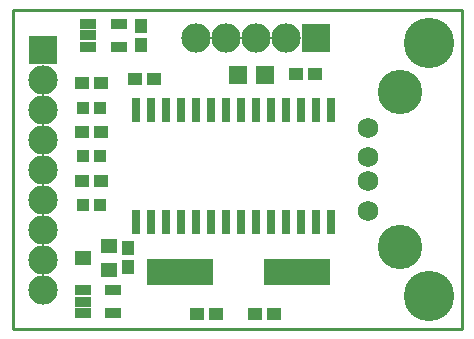
<source format=gts>
%FSLAX25Y25*%
%MOIN*%
G70*
G01*
G75*
G04 Layer_Color=8388736*
%ADD10R,0.04000X0.03500*%
%ADD11R,0.03150X0.03543*%
%ADD12R,0.04600X0.04000*%
%ADD13R,0.21654X0.07874*%
%ADD14R,0.03500X0.04000*%
%ADD15R,0.02362X0.07480*%
%ADD16R,0.04500X0.02700*%
%ADD17R,0.05500X0.05100*%
%ADD18C,0.02000*%
%ADD19C,0.01890*%
%ADD20C,0.01000*%
%ADD21C,0.06000*%
%ADD22C,0.14000*%
%ADD23R,0.09000X0.09000*%
%ADD24C,0.09000*%
%ADD25R,0.09000X0.09000*%
%ADD26C,0.16000*%
%ADD27C,0.02800*%
%ADD28C,0.00984*%
%ADD29C,0.00787*%
%ADD30C,0.00800*%
%ADD31R,0.04800X0.04300*%
%ADD32R,0.03950X0.04343*%
%ADD33R,0.05400X0.04800*%
%ADD34R,0.22453X0.08674*%
%ADD35R,0.04300X0.04800*%
%ADD36R,0.03162X0.08280*%
%ADD37R,0.05300X0.03500*%
%ADD38R,0.06300X0.05900*%
%ADD39C,0.06800*%
%ADD40C,0.14800*%
%ADD41R,0.09800X0.09800*%
%ADD42C,0.09800*%
%ADD43R,0.09800X0.09800*%
%ADD44C,0.16800*%
D20*
X100000Y100000D02*
X249600D01*
Y206600D01*
X100000D02*
X249600D01*
X100000Y100000D02*
Y206600D01*
D31*
X129456Y182100D02*
D03*
X123100D02*
D03*
X129456Y165820D02*
D03*
X123100D02*
D03*
X123144Y149540D02*
D03*
X129500D02*
D03*
X180600Y105100D02*
D03*
X186956D02*
D03*
X161400D02*
D03*
X167756D02*
D03*
X194444Y185000D02*
D03*
X200800D02*
D03*
X147200Y183500D02*
D03*
X140844D02*
D03*
D32*
X123544Y173960D02*
D03*
X129056D02*
D03*
X123544Y157680D02*
D03*
X129056D02*
D03*
X123544Y141400D02*
D03*
X129056D02*
D03*
D33*
X132200Y119700D02*
D03*
Y127700D02*
D03*
X123500Y123700D02*
D03*
D34*
X155812Y119300D02*
D03*
X194788D02*
D03*
D35*
X138400Y120844D02*
D03*
Y127200D02*
D03*
X142700Y194800D02*
D03*
Y201156D02*
D03*
D36*
X140900Y135899D02*
D03*
Y173301D02*
D03*
X145900Y135899D02*
D03*
X150900D02*
D03*
X155900D02*
D03*
X160900D02*
D03*
X165900D02*
D03*
X170900D02*
D03*
Y173301D02*
D03*
X165900D02*
D03*
X160900D02*
D03*
X155900D02*
D03*
X150900D02*
D03*
X145900D02*
D03*
X175900Y135899D02*
D03*
X180900D02*
D03*
X185900D02*
D03*
X190900D02*
D03*
X195900D02*
D03*
X200900D02*
D03*
Y173301D02*
D03*
X195900D02*
D03*
X190900D02*
D03*
X185900D02*
D03*
X180900D02*
D03*
X175900D02*
D03*
X205900Y135899D02*
D03*
Y173301D02*
D03*
D37*
X135300Y194200D02*
D03*
X125100D02*
D03*
X135300Y201800D02*
D03*
X125100Y198000D02*
D03*
Y201800D02*
D03*
X133500Y105500D02*
D03*
X123300D02*
D03*
X133500Y113100D02*
D03*
X123300Y109300D02*
D03*
Y113100D02*
D03*
D38*
X184000Y184800D02*
D03*
X175000D02*
D03*
D39*
X218500Y149443D02*
D03*
Y157317D02*
D03*
Y167159D02*
D03*
Y139600D02*
D03*
D40*
X229169Y127513D02*
D03*
Y179246D02*
D03*
D41*
X201100Y197000D02*
D03*
D42*
X191100D02*
D03*
X181100D02*
D03*
X171100D02*
D03*
X161100D02*
D03*
X110000Y133300D02*
D03*
Y143300D02*
D03*
Y183300D02*
D03*
Y173300D02*
D03*
Y163300D02*
D03*
Y153300D02*
D03*
Y123300D02*
D03*
Y113300D02*
D03*
D43*
Y193300D02*
D03*
D44*
X238600Y111200D02*
D03*
Y195400D02*
D03*
M02*

</source>
